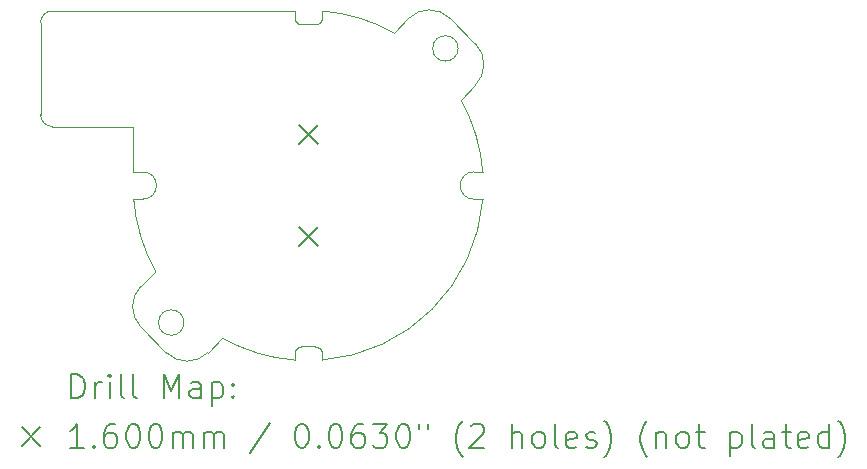
<source format=gbr>
%TF.GenerationSoftware,KiCad,Pcbnew,8.0.2*%
%TF.CreationDate,2025-05-18T13:49:09-07:00*%
%TF.ProjectId,PGS_Stick_Board,5047535f-5374-4696-936b-5f426f617264,rev?*%
%TF.SameCoordinates,Original*%
%TF.FileFunction,Drillmap*%
%TF.FilePolarity,Positive*%
%FSLAX45Y45*%
G04 Gerber Fmt 4.5, Leading zero omitted, Abs format (unit mm)*
G04 Created by KiCad (PCBNEW 8.0.2) date 2025-05-18 13:49:09*
%MOMM*%
%LPD*%
G01*
G04 APERTURE LIST*
%ADD10C,0.010000*%
%ADD11C,0.200000*%
%ADD12C,0.160000*%
G04 APERTURE END LIST*
D10*
X2955946Y-4346100D02*
G75*
G02*
X2855947Y-4247305I4J100010D01*
G01*
X5183301Y-3479385D02*
X5184584Y-3479426D01*
X5185866Y-3479436D01*
X5187147Y-3479414D01*
X5188426Y-3479360D01*
X5189702Y-3479275D01*
X5190975Y-3479158D01*
X5192245Y-3479010D01*
X5193511Y-3478831D01*
X5194771Y-3478621D01*
X5196027Y-3478380D01*
X5197276Y-3478108D01*
X5198519Y-3477805D01*
X5199755Y-3477471D01*
X5200983Y-3477106D01*
X5202203Y-3476711D01*
X5203414Y-3476286D01*
X5971028Y-3431319D02*
G75*
G02*
X6323879Y-3430609I176782J-176781D01*
G01*
X3830249Y-5572098D02*
G75*
G02*
X3644466Y-4960533I1292291J726578D01*
G01*
X5012429Y-6241447D02*
X5011970Y-6242452D01*
X5011532Y-6243467D01*
X5011116Y-6244490D01*
X5010722Y-6245522D01*
X5010350Y-6246561D01*
X5010000Y-6247608D01*
X5009673Y-6248663D01*
X5009368Y-6249724D01*
X5009085Y-6250792D01*
X5008826Y-6251866D01*
X5008665Y-6252586D01*
X3830249Y-5572098D02*
X3708286Y-5694061D01*
X5183301Y-6211681D02*
G75*
G02*
X5061699Y-6211681I-60801J1366159D01*
G01*
X5039428Y-3475442D02*
X5040452Y-3475857D01*
X5041485Y-3476249D01*
X5042526Y-3476619D01*
X5043574Y-3476967D01*
X5044629Y-3477292D01*
X5045691Y-3477595D01*
X5046759Y-3477875D01*
X5047833Y-3478133D01*
X5048912Y-3478367D01*
X5049997Y-3478579D01*
X5050723Y-3478707D01*
X5233510Y-6243566D02*
X5233000Y-6242384D01*
X5232461Y-6241216D01*
X5231895Y-6240062D01*
X5231300Y-6238924D01*
X5230678Y-6237802D01*
X5230029Y-6236696D01*
X5229352Y-6235607D01*
X5228649Y-6234535D01*
X5227920Y-6233480D01*
X5227165Y-6232444D01*
X5226384Y-6231426D01*
X5225578Y-6230428D01*
X5224747Y-6229449D01*
X5223891Y-6228490D01*
X5223012Y-6227552D01*
X5222108Y-6226636D01*
X4273972Y-6259746D02*
X4395935Y-6137784D01*
X6536712Y-3643450D02*
X6323875Y-3430613D01*
X5008665Y-6252586D02*
X5008458Y-6253598D01*
X5008270Y-6254614D01*
X5008103Y-6255633D01*
X5007956Y-6256656D01*
X5007830Y-6257680D01*
X5007724Y-6258707D01*
X5007638Y-6259736D01*
X5007573Y-6260767D01*
X5007529Y-6261799D01*
X5007505Y-6262832D01*
X5007500Y-6263521D01*
X2955946Y-4346100D02*
X3640000Y-4346100D01*
X3640000Y-4730533D02*
X3722500Y-4730533D01*
X2855940Y-3467497D02*
G75*
G02*
X2955940Y-3367500I100000J-3D01*
G01*
X3640000Y-4346100D02*
X3640000Y-4730533D01*
X6522500Y-4960533D02*
G75*
G02*
X6522839Y-4730528I0J115003D01*
G01*
X5007500Y-6323566D02*
G75*
G02*
X4395934Y-6137784I115000J1478046D01*
G01*
X5236335Y-3438480D02*
X5236542Y-3437467D01*
X5236730Y-3436451D01*
X5236897Y-3435432D01*
X5237044Y-3434410D01*
X5237170Y-3433385D01*
X5237276Y-3432358D01*
X5237362Y-3431329D01*
X5237427Y-3430299D01*
X5237471Y-3429267D01*
X5237495Y-3428234D01*
X5237500Y-3427545D01*
X2855940Y-3467497D02*
X2855940Y-4247305D01*
X5222108Y-6226636D02*
X5221207Y-6225765D01*
X5220286Y-6224918D01*
X5219346Y-6224094D01*
X5218387Y-6223293D01*
X5217410Y-6222516D01*
X5216415Y-6221763D01*
X5215402Y-6221035D01*
X5214372Y-6220331D01*
X5213325Y-6219652D01*
X5212263Y-6218998D01*
X5211184Y-6218370D01*
X5210091Y-6217768D01*
X5208982Y-6217192D01*
X5207859Y-6216642D01*
X5206722Y-6216119D01*
X5205572Y-6215623D01*
X5237500Y-3367500D02*
X5237500Y-3427545D01*
X5205572Y-6215623D02*
X5204547Y-6215209D01*
X5203515Y-6214817D01*
X5202474Y-6214446D01*
X5201426Y-6214099D01*
X5200371Y-6213773D01*
X5199309Y-6213471D01*
X5198241Y-6213190D01*
X5197167Y-6212933D01*
X5196088Y-6212698D01*
X5195003Y-6212487D01*
X5194277Y-6212359D01*
X5024166Y-6225418D02*
X5023256Y-6226279D01*
X5022369Y-6227161D01*
X5021504Y-6228063D01*
X5020661Y-6228986D01*
X5019841Y-6229927D01*
X5019045Y-6230888D01*
X5018272Y-6231868D01*
X5017523Y-6232865D01*
X5016798Y-6233881D01*
X5016098Y-6234913D01*
X5015423Y-6235963D01*
X5014772Y-6237029D01*
X5014147Y-6238110D01*
X5013548Y-6239208D01*
X5012976Y-6240320D01*
X5012429Y-6241447D01*
X4273972Y-6259746D02*
G75*
G02*
X3920418Y-6259744I-176776J176769D01*
G01*
X5971028Y-3431319D02*
X5849065Y-3553282D01*
X6414750Y-4118968D02*
X6536713Y-3997005D01*
X3920418Y-6259744D02*
X3920417Y-6259745D01*
X4069461Y-6006072D02*
G75*
G02*
X3854461Y-6006072I-107500J0D01*
G01*
X3854461Y-6006072D02*
G75*
G02*
X4069461Y-6006072I107500J0D01*
G01*
X5237500Y-6263521D02*
X5237500Y-6323566D01*
X5011490Y-3447500D02*
X5012000Y-3448682D01*
X5012539Y-3449850D01*
X5013105Y-3451003D01*
X5013700Y-3452141D01*
X5014322Y-3453263D01*
X5014971Y-3454370D01*
X5015648Y-3455459D01*
X5016351Y-3456531D01*
X5017080Y-3457585D01*
X5017835Y-3458622D01*
X5018616Y-3459639D01*
X5019422Y-3460638D01*
X5020253Y-3461616D01*
X5021108Y-3462575D01*
X5021988Y-3463513D01*
X5022892Y-3464430D01*
X6600533Y-4960533D02*
X6522500Y-4960533D01*
X6522839Y-4730533D02*
X6600535Y-4730533D01*
X5007500Y-3427545D02*
X5007516Y-3428828D01*
X5007563Y-3430109D01*
X5007643Y-3431388D01*
X5007753Y-3432663D01*
X5007895Y-3433934D01*
X5008068Y-3435201D01*
X5008272Y-3436463D01*
X5008507Y-3437720D01*
X5008773Y-3438970D01*
X5009070Y-3440213D01*
X5009398Y-3441449D01*
X5009756Y-3442677D01*
X5010144Y-3443897D01*
X5010563Y-3445108D01*
X5011011Y-3446309D01*
X5011490Y-3447500D01*
X6390539Y-3684994D02*
G75*
G02*
X6175539Y-3684994I-107500J0D01*
G01*
X6175539Y-3684994D02*
G75*
G02*
X6390539Y-3684994I107500J0D01*
G01*
X5232571Y-3449619D02*
X5233030Y-3448613D01*
X5233468Y-3447599D01*
X5233884Y-3446576D01*
X5234278Y-3445544D01*
X5234650Y-3444504D01*
X5235000Y-3443457D01*
X5235327Y-3442403D01*
X5235632Y-3441341D01*
X5235914Y-3440274D01*
X5236174Y-3439199D01*
X5236335Y-3438480D01*
X6414750Y-4118968D02*
G75*
G02*
X6600533Y-4730533I-1292300J-726582D01*
G01*
X5061699Y-6211681D02*
X5060416Y-6211639D01*
X5059134Y-6211630D01*
X5057853Y-6211652D01*
X5056574Y-6211706D01*
X5055298Y-6211791D01*
X5054025Y-6211908D01*
X5052755Y-6212055D01*
X5051489Y-6212234D01*
X5050229Y-6212445D01*
X5048973Y-6212686D01*
X5047724Y-6212958D01*
X5046481Y-6213261D01*
X5045245Y-6213595D01*
X5044017Y-6213959D01*
X5042797Y-6214354D01*
X5041586Y-6214780D01*
X5237500Y-6263521D02*
X5237484Y-6262238D01*
X5237437Y-6260956D01*
X5237357Y-6259678D01*
X5237247Y-6258403D01*
X5237105Y-6257131D01*
X5236932Y-6255864D01*
X5236728Y-6254602D01*
X5236493Y-6253346D01*
X5236227Y-6252096D01*
X5235930Y-6250852D01*
X5235602Y-6249616D01*
X5235244Y-6248388D01*
X5234856Y-6247169D01*
X5234437Y-6245958D01*
X5233989Y-6244757D01*
X5233510Y-6243566D01*
X5007500Y-3367500D02*
X2955940Y-3367500D01*
X6536712Y-3643450D02*
G75*
G02*
X6536715Y-3997007I-176783J-176780D01*
G01*
X5203414Y-3476286D02*
X5204617Y-3475829D01*
X5205808Y-3475343D01*
X5206986Y-3474829D01*
X5208149Y-3474285D01*
X5209298Y-3473713D01*
X5210432Y-3473114D01*
X5211550Y-3472487D01*
X5212652Y-3471832D01*
X5213738Y-3471150D01*
X5214807Y-3470442D01*
X5215858Y-3469707D01*
X5216891Y-3468946D01*
X5217906Y-3468160D01*
X5218902Y-3467348D01*
X5219878Y-3466510D01*
X5220834Y-3465648D01*
X5041586Y-6214780D02*
X5040382Y-6215236D01*
X5039192Y-6215722D01*
X5038014Y-6216237D01*
X5036851Y-6216780D01*
X5035702Y-6217352D01*
X5034568Y-6217952D01*
X5033450Y-6218579D01*
X5032348Y-6219234D01*
X5031262Y-6219915D01*
X5030193Y-6220624D01*
X5029142Y-6221358D01*
X5028108Y-6222119D01*
X5027094Y-6222906D01*
X5026098Y-6223718D01*
X5025122Y-6224555D01*
X5024166Y-6225418D01*
X6600533Y-4960533D02*
G75*
G02*
X5237500Y-6323566I-1478033J115000D01*
G01*
X3722500Y-4960533D02*
X3644466Y-4960533D01*
X3722500Y-4730533D02*
G75*
G02*
X3722500Y-4960533I0J-115000D01*
G01*
X5007500Y-6323566D02*
X5007500Y-6263521D01*
X5061699Y-3479385D02*
G75*
G02*
X5183301Y-3479385I60801J-1366159D01*
G01*
X5022892Y-3464430D02*
X5023793Y-3465300D01*
X5024714Y-3466148D01*
X5025654Y-3466972D01*
X5026613Y-3467772D01*
X5027590Y-3468549D01*
X5028585Y-3469302D01*
X5029598Y-3470031D01*
X5030628Y-3470735D01*
X5031675Y-3471414D01*
X5032737Y-3472068D01*
X5033816Y-3472696D01*
X5034909Y-3473298D01*
X5036018Y-3473874D01*
X5037141Y-3474424D01*
X5038277Y-3474947D01*
X5039428Y-3475442D01*
X5007500Y-3427545D02*
X5007500Y-3367500D01*
X3708286Y-6047614D02*
G75*
G02*
X3708287Y-5694061I176777J176776D01*
G01*
X5194277Y-6212359D02*
X5193257Y-6212196D01*
X5192233Y-6212054D01*
X5191208Y-6211932D01*
X5190180Y-6211831D01*
X5189151Y-6211750D01*
X5188120Y-6211690D01*
X5187088Y-6211650D01*
X5186056Y-6211631D01*
X5185023Y-6211632D01*
X5183989Y-6211654D01*
X5183301Y-6211681D01*
X5220834Y-3465648D02*
X5221744Y-3464787D01*
X5222631Y-3463905D01*
X5223496Y-3463002D01*
X5224339Y-3462080D01*
X5225158Y-3461138D01*
X5225955Y-3460177D01*
X5226728Y-3459198D01*
X5227477Y-3458200D01*
X5228202Y-3457185D01*
X5228902Y-3456152D01*
X5229577Y-3455103D01*
X5230228Y-3454037D01*
X5230852Y-3452955D01*
X5231451Y-3451858D01*
X5232024Y-3450746D01*
X5232571Y-3449619D01*
X5050723Y-3478707D02*
X5051743Y-3478870D01*
X5052767Y-3479012D01*
X5053792Y-3479133D01*
X5054820Y-3479235D01*
X5055849Y-3479315D01*
X5056880Y-3479376D01*
X5057912Y-3479415D01*
X5058944Y-3479435D01*
X5059977Y-3479433D01*
X5061010Y-3479411D01*
X5061699Y-3479385D01*
X5237500Y-3367500D02*
G75*
G02*
X5849065Y-3553282I-115020J-1478110D01*
G01*
X3708286Y-6047614D02*
X3920417Y-6259745D01*
D11*
D12*
X5042500Y-4335533D02*
X5202500Y-4495533D01*
X5202500Y-4335533D02*
X5042500Y-4495533D01*
X5042500Y-5195533D02*
X5202500Y-5355533D01*
X5202500Y-5195533D02*
X5042500Y-5355533D01*
D11*
X3116217Y-6644955D02*
X3116217Y-6444955D01*
X3116217Y-6444955D02*
X3163836Y-6444955D01*
X3163836Y-6444955D02*
X3192407Y-6454479D01*
X3192407Y-6454479D02*
X3211455Y-6473526D01*
X3211455Y-6473526D02*
X3220979Y-6492574D01*
X3220979Y-6492574D02*
X3230503Y-6530669D01*
X3230503Y-6530669D02*
X3230503Y-6559241D01*
X3230503Y-6559241D02*
X3220979Y-6597336D01*
X3220979Y-6597336D02*
X3211455Y-6616384D01*
X3211455Y-6616384D02*
X3192407Y-6635431D01*
X3192407Y-6635431D02*
X3163836Y-6644955D01*
X3163836Y-6644955D02*
X3116217Y-6644955D01*
X3316217Y-6644955D02*
X3316217Y-6511622D01*
X3316217Y-6549717D02*
X3325741Y-6530669D01*
X3325741Y-6530669D02*
X3335265Y-6521145D01*
X3335265Y-6521145D02*
X3354312Y-6511622D01*
X3354312Y-6511622D02*
X3373360Y-6511622D01*
X3440026Y-6644955D02*
X3440026Y-6511622D01*
X3440026Y-6444955D02*
X3430503Y-6454479D01*
X3430503Y-6454479D02*
X3440026Y-6464003D01*
X3440026Y-6464003D02*
X3449550Y-6454479D01*
X3449550Y-6454479D02*
X3440026Y-6444955D01*
X3440026Y-6444955D02*
X3440026Y-6464003D01*
X3563836Y-6644955D02*
X3544788Y-6635431D01*
X3544788Y-6635431D02*
X3535265Y-6616384D01*
X3535265Y-6616384D02*
X3535265Y-6444955D01*
X3668598Y-6644955D02*
X3649550Y-6635431D01*
X3649550Y-6635431D02*
X3640026Y-6616384D01*
X3640026Y-6616384D02*
X3640026Y-6444955D01*
X3897169Y-6644955D02*
X3897169Y-6444955D01*
X3897169Y-6444955D02*
X3963836Y-6587812D01*
X3963836Y-6587812D02*
X4030503Y-6444955D01*
X4030503Y-6444955D02*
X4030503Y-6644955D01*
X4211455Y-6644955D02*
X4211455Y-6540193D01*
X4211455Y-6540193D02*
X4201931Y-6521145D01*
X4201931Y-6521145D02*
X4182884Y-6511622D01*
X4182884Y-6511622D02*
X4144788Y-6511622D01*
X4144788Y-6511622D02*
X4125741Y-6521145D01*
X4211455Y-6635431D02*
X4192407Y-6644955D01*
X4192407Y-6644955D02*
X4144788Y-6644955D01*
X4144788Y-6644955D02*
X4125741Y-6635431D01*
X4125741Y-6635431D02*
X4116217Y-6616384D01*
X4116217Y-6616384D02*
X4116217Y-6597336D01*
X4116217Y-6597336D02*
X4125741Y-6578288D01*
X4125741Y-6578288D02*
X4144788Y-6568765D01*
X4144788Y-6568765D02*
X4192407Y-6568765D01*
X4192407Y-6568765D02*
X4211455Y-6559241D01*
X4306693Y-6511622D02*
X4306693Y-6711622D01*
X4306693Y-6521145D02*
X4325741Y-6511622D01*
X4325741Y-6511622D02*
X4363836Y-6511622D01*
X4363836Y-6511622D02*
X4382884Y-6521145D01*
X4382884Y-6521145D02*
X4392408Y-6530669D01*
X4392408Y-6530669D02*
X4401931Y-6549717D01*
X4401931Y-6549717D02*
X4401931Y-6606860D01*
X4401931Y-6606860D02*
X4392408Y-6625907D01*
X4392408Y-6625907D02*
X4382884Y-6635431D01*
X4382884Y-6635431D02*
X4363836Y-6644955D01*
X4363836Y-6644955D02*
X4325741Y-6644955D01*
X4325741Y-6644955D02*
X4306693Y-6635431D01*
X4487646Y-6625907D02*
X4497169Y-6635431D01*
X4497169Y-6635431D02*
X4487646Y-6644955D01*
X4487646Y-6644955D02*
X4478122Y-6635431D01*
X4478122Y-6635431D02*
X4487646Y-6625907D01*
X4487646Y-6625907D02*
X4487646Y-6644955D01*
X4487646Y-6521145D02*
X4497169Y-6530669D01*
X4497169Y-6530669D02*
X4487646Y-6540193D01*
X4487646Y-6540193D02*
X4478122Y-6530669D01*
X4478122Y-6530669D02*
X4487646Y-6521145D01*
X4487646Y-6521145D02*
X4487646Y-6540193D01*
D12*
X2695440Y-6893471D02*
X2855440Y-7053471D01*
X2855440Y-6893471D02*
X2695440Y-7053471D01*
D11*
X3220979Y-7064955D02*
X3106693Y-7064955D01*
X3163836Y-7064955D02*
X3163836Y-6864955D01*
X3163836Y-6864955D02*
X3144788Y-6893526D01*
X3144788Y-6893526D02*
X3125741Y-6912574D01*
X3125741Y-6912574D02*
X3106693Y-6922098D01*
X3306693Y-7045907D02*
X3316217Y-7055431D01*
X3316217Y-7055431D02*
X3306693Y-7064955D01*
X3306693Y-7064955D02*
X3297169Y-7055431D01*
X3297169Y-7055431D02*
X3306693Y-7045907D01*
X3306693Y-7045907D02*
X3306693Y-7064955D01*
X3487646Y-6864955D02*
X3449550Y-6864955D01*
X3449550Y-6864955D02*
X3430503Y-6874479D01*
X3430503Y-6874479D02*
X3420979Y-6884003D01*
X3420979Y-6884003D02*
X3401931Y-6912574D01*
X3401931Y-6912574D02*
X3392407Y-6950669D01*
X3392407Y-6950669D02*
X3392407Y-7026860D01*
X3392407Y-7026860D02*
X3401931Y-7045907D01*
X3401931Y-7045907D02*
X3411455Y-7055431D01*
X3411455Y-7055431D02*
X3430503Y-7064955D01*
X3430503Y-7064955D02*
X3468598Y-7064955D01*
X3468598Y-7064955D02*
X3487646Y-7055431D01*
X3487646Y-7055431D02*
X3497169Y-7045907D01*
X3497169Y-7045907D02*
X3506693Y-7026860D01*
X3506693Y-7026860D02*
X3506693Y-6979241D01*
X3506693Y-6979241D02*
X3497169Y-6960193D01*
X3497169Y-6960193D02*
X3487646Y-6950669D01*
X3487646Y-6950669D02*
X3468598Y-6941145D01*
X3468598Y-6941145D02*
X3430503Y-6941145D01*
X3430503Y-6941145D02*
X3411455Y-6950669D01*
X3411455Y-6950669D02*
X3401931Y-6960193D01*
X3401931Y-6960193D02*
X3392407Y-6979241D01*
X3630503Y-6864955D02*
X3649550Y-6864955D01*
X3649550Y-6864955D02*
X3668598Y-6874479D01*
X3668598Y-6874479D02*
X3678122Y-6884003D01*
X3678122Y-6884003D02*
X3687646Y-6903050D01*
X3687646Y-6903050D02*
X3697169Y-6941145D01*
X3697169Y-6941145D02*
X3697169Y-6988765D01*
X3697169Y-6988765D02*
X3687646Y-7026860D01*
X3687646Y-7026860D02*
X3678122Y-7045907D01*
X3678122Y-7045907D02*
X3668598Y-7055431D01*
X3668598Y-7055431D02*
X3649550Y-7064955D01*
X3649550Y-7064955D02*
X3630503Y-7064955D01*
X3630503Y-7064955D02*
X3611455Y-7055431D01*
X3611455Y-7055431D02*
X3601931Y-7045907D01*
X3601931Y-7045907D02*
X3592407Y-7026860D01*
X3592407Y-7026860D02*
X3582884Y-6988765D01*
X3582884Y-6988765D02*
X3582884Y-6941145D01*
X3582884Y-6941145D02*
X3592407Y-6903050D01*
X3592407Y-6903050D02*
X3601931Y-6884003D01*
X3601931Y-6884003D02*
X3611455Y-6874479D01*
X3611455Y-6874479D02*
X3630503Y-6864955D01*
X3820979Y-6864955D02*
X3840027Y-6864955D01*
X3840027Y-6864955D02*
X3859074Y-6874479D01*
X3859074Y-6874479D02*
X3868598Y-6884003D01*
X3868598Y-6884003D02*
X3878122Y-6903050D01*
X3878122Y-6903050D02*
X3887646Y-6941145D01*
X3887646Y-6941145D02*
X3887646Y-6988765D01*
X3887646Y-6988765D02*
X3878122Y-7026860D01*
X3878122Y-7026860D02*
X3868598Y-7045907D01*
X3868598Y-7045907D02*
X3859074Y-7055431D01*
X3859074Y-7055431D02*
X3840027Y-7064955D01*
X3840027Y-7064955D02*
X3820979Y-7064955D01*
X3820979Y-7064955D02*
X3801931Y-7055431D01*
X3801931Y-7055431D02*
X3792407Y-7045907D01*
X3792407Y-7045907D02*
X3782884Y-7026860D01*
X3782884Y-7026860D02*
X3773360Y-6988765D01*
X3773360Y-6988765D02*
X3773360Y-6941145D01*
X3773360Y-6941145D02*
X3782884Y-6903050D01*
X3782884Y-6903050D02*
X3792407Y-6884003D01*
X3792407Y-6884003D02*
X3801931Y-6874479D01*
X3801931Y-6874479D02*
X3820979Y-6864955D01*
X3973360Y-7064955D02*
X3973360Y-6931622D01*
X3973360Y-6950669D02*
X3982884Y-6941145D01*
X3982884Y-6941145D02*
X4001931Y-6931622D01*
X4001931Y-6931622D02*
X4030503Y-6931622D01*
X4030503Y-6931622D02*
X4049550Y-6941145D01*
X4049550Y-6941145D02*
X4059074Y-6960193D01*
X4059074Y-6960193D02*
X4059074Y-7064955D01*
X4059074Y-6960193D02*
X4068598Y-6941145D01*
X4068598Y-6941145D02*
X4087646Y-6931622D01*
X4087646Y-6931622D02*
X4116217Y-6931622D01*
X4116217Y-6931622D02*
X4135265Y-6941145D01*
X4135265Y-6941145D02*
X4144788Y-6960193D01*
X4144788Y-6960193D02*
X4144788Y-7064955D01*
X4240027Y-7064955D02*
X4240027Y-6931622D01*
X4240027Y-6950669D02*
X4249550Y-6941145D01*
X4249550Y-6941145D02*
X4268598Y-6931622D01*
X4268598Y-6931622D02*
X4297170Y-6931622D01*
X4297170Y-6931622D02*
X4316217Y-6941145D01*
X4316217Y-6941145D02*
X4325741Y-6960193D01*
X4325741Y-6960193D02*
X4325741Y-7064955D01*
X4325741Y-6960193D02*
X4335265Y-6941145D01*
X4335265Y-6941145D02*
X4354312Y-6931622D01*
X4354312Y-6931622D02*
X4382884Y-6931622D01*
X4382884Y-6931622D02*
X4401931Y-6941145D01*
X4401931Y-6941145D02*
X4411455Y-6960193D01*
X4411455Y-6960193D02*
X4411455Y-7064955D01*
X4801931Y-6855431D02*
X4630503Y-7112574D01*
X5059074Y-6864955D02*
X5078122Y-6864955D01*
X5078122Y-6864955D02*
X5097170Y-6874479D01*
X5097170Y-6874479D02*
X5106693Y-6884003D01*
X5106693Y-6884003D02*
X5116217Y-6903050D01*
X5116217Y-6903050D02*
X5125741Y-6941145D01*
X5125741Y-6941145D02*
X5125741Y-6988765D01*
X5125741Y-6988765D02*
X5116217Y-7026860D01*
X5116217Y-7026860D02*
X5106693Y-7045907D01*
X5106693Y-7045907D02*
X5097170Y-7055431D01*
X5097170Y-7055431D02*
X5078122Y-7064955D01*
X5078122Y-7064955D02*
X5059074Y-7064955D01*
X5059074Y-7064955D02*
X5040027Y-7055431D01*
X5040027Y-7055431D02*
X5030503Y-7045907D01*
X5030503Y-7045907D02*
X5020979Y-7026860D01*
X5020979Y-7026860D02*
X5011455Y-6988765D01*
X5011455Y-6988765D02*
X5011455Y-6941145D01*
X5011455Y-6941145D02*
X5020979Y-6903050D01*
X5020979Y-6903050D02*
X5030503Y-6884003D01*
X5030503Y-6884003D02*
X5040027Y-6874479D01*
X5040027Y-6874479D02*
X5059074Y-6864955D01*
X5211455Y-7045907D02*
X5220979Y-7055431D01*
X5220979Y-7055431D02*
X5211455Y-7064955D01*
X5211455Y-7064955D02*
X5201932Y-7055431D01*
X5201932Y-7055431D02*
X5211455Y-7045907D01*
X5211455Y-7045907D02*
X5211455Y-7064955D01*
X5344789Y-6864955D02*
X5363836Y-6864955D01*
X5363836Y-6864955D02*
X5382884Y-6874479D01*
X5382884Y-6874479D02*
X5392408Y-6884003D01*
X5392408Y-6884003D02*
X5401932Y-6903050D01*
X5401932Y-6903050D02*
X5411455Y-6941145D01*
X5411455Y-6941145D02*
X5411455Y-6988765D01*
X5411455Y-6988765D02*
X5401932Y-7026860D01*
X5401932Y-7026860D02*
X5392408Y-7045907D01*
X5392408Y-7045907D02*
X5382884Y-7055431D01*
X5382884Y-7055431D02*
X5363836Y-7064955D01*
X5363836Y-7064955D02*
X5344789Y-7064955D01*
X5344789Y-7064955D02*
X5325741Y-7055431D01*
X5325741Y-7055431D02*
X5316217Y-7045907D01*
X5316217Y-7045907D02*
X5306693Y-7026860D01*
X5306693Y-7026860D02*
X5297170Y-6988765D01*
X5297170Y-6988765D02*
X5297170Y-6941145D01*
X5297170Y-6941145D02*
X5306693Y-6903050D01*
X5306693Y-6903050D02*
X5316217Y-6884003D01*
X5316217Y-6884003D02*
X5325741Y-6874479D01*
X5325741Y-6874479D02*
X5344789Y-6864955D01*
X5582884Y-6864955D02*
X5544789Y-6864955D01*
X5544789Y-6864955D02*
X5525741Y-6874479D01*
X5525741Y-6874479D02*
X5516217Y-6884003D01*
X5516217Y-6884003D02*
X5497170Y-6912574D01*
X5497170Y-6912574D02*
X5487646Y-6950669D01*
X5487646Y-6950669D02*
X5487646Y-7026860D01*
X5487646Y-7026860D02*
X5497170Y-7045907D01*
X5497170Y-7045907D02*
X5506693Y-7055431D01*
X5506693Y-7055431D02*
X5525741Y-7064955D01*
X5525741Y-7064955D02*
X5563836Y-7064955D01*
X5563836Y-7064955D02*
X5582884Y-7055431D01*
X5582884Y-7055431D02*
X5592408Y-7045907D01*
X5592408Y-7045907D02*
X5601931Y-7026860D01*
X5601931Y-7026860D02*
X5601931Y-6979241D01*
X5601931Y-6979241D02*
X5592408Y-6960193D01*
X5592408Y-6960193D02*
X5582884Y-6950669D01*
X5582884Y-6950669D02*
X5563836Y-6941145D01*
X5563836Y-6941145D02*
X5525741Y-6941145D01*
X5525741Y-6941145D02*
X5506693Y-6950669D01*
X5506693Y-6950669D02*
X5497170Y-6960193D01*
X5497170Y-6960193D02*
X5487646Y-6979241D01*
X5668598Y-6864955D02*
X5792408Y-6864955D01*
X5792408Y-6864955D02*
X5725741Y-6941145D01*
X5725741Y-6941145D02*
X5754312Y-6941145D01*
X5754312Y-6941145D02*
X5773360Y-6950669D01*
X5773360Y-6950669D02*
X5782884Y-6960193D01*
X5782884Y-6960193D02*
X5792408Y-6979241D01*
X5792408Y-6979241D02*
X5792408Y-7026860D01*
X5792408Y-7026860D02*
X5782884Y-7045907D01*
X5782884Y-7045907D02*
X5773360Y-7055431D01*
X5773360Y-7055431D02*
X5754312Y-7064955D01*
X5754312Y-7064955D02*
X5697170Y-7064955D01*
X5697170Y-7064955D02*
X5678122Y-7055431D01*
X5678122Y-7055431D02*
X5668598Y-7045907D01*
X5916217Y-6864955D02*
X5935265Y-6864955D01*
X5935265Y-6864955D02*
X5954312Y-6874479D01*
X5954312Y-6874479D02*
X5963836Y-6884003D01*
X5963836Y-6884003D02*
X5973360Y-6903050D01*
X5973360Y-6903050D02*
X5982884Y-6941145D01*
X5982884Y-6941145D02*
X5982884Y-6988765D01*
X5982884Y-6988765D02*
X5973360Y-7026860D01*
X5973360Y-7026860D02*
X5963836Y-7045907D01*
X5963836Y-7045907D02*
X5954312Y-7055431D01*
X5954312Y-7055431D02*
X5935265Y-7064955D01*
X5935265Y-7064955D02*
X5916217Y-7064955D01*
X5916217Y-7064955D02*
X5897170Y-7055431D01*
X5897170Y-7055431D02*
X5887646Y-7045907D01*
X5887646Y-7045907D02*
X5878122Y-7026860D01*
X5878122Y-7026860D02*
X5868598Y-6988765D01*
X5868598Y-6988765D02*
X5868598Y-6941145D01*
X5868598Y-6941145D02*
X5878122Y-6903050D01*
X5878122Y-6903050D02*
X5887646Y-6884003D01*
X5887646Y-6884003D02*
X5897170Y-6874479D01*
X5897170Y-6874479D02*
X5916217Y-6864955D01*
X6059074Y-6864955D02*
X6059074Y-6903050D01*
X6135265Y-6864955D02*
X6135265Y-6903050D01*
X6430503Y-7141145D02*
X6420979Y-7131622D01*
X6420979Y-7131622D02*
X6401932Y-7103050D01*
X6401932Y-7103050D02*
X6392408Y-7084003D01*
X6392408Y-7084003D02*
X6382884Y-7055431D01*
X6382884Y-7055431D02*
X6373360Y-7007812D01*
X6373360Y-7007812D02*
X6373360Y-6969717D01*
X6373360Y-6969717D02*
X6382884Y-6922098D01*
X6382884Y-6922098D02*
X6392408Y-6893526D01*
X6392408Y-6893526D02*
X6401932Y-6874479D01*
X6401932Y-6874479D02*
X6420979Y-6845907D01*
X6420979Y-6845907D02*
X6430503Y-6836384D01*
X6497170Y-6884003D02*
X6506693Y-6874479D01*
X6506693Y-6874479D02*
X6525741Y-6864955D01*
X6525741Y-6864955D02*
X6573360Y-6864955D01*
X6573360Y-6864955D02*
X6592408Y-6874479D01*
X6592408Y-6874479D02*
X6601932Y-6884003D01*
X6601932Y-6884003D02*
X6611455Y-6903050D01*
X6611455Y-6903050D02*
X6611455Y-6922098D01*
X6611455Y-6922098D02*
X6601932Y-6950669D01*
X6601932Y-6950669D02*
X6487646Y-7064955D01*
X6487646Y-7064955D02*
X6611455Y-7064955D01*
X6849551Y-7064955D02*
X6849551Y-6864955D01*
X6935265Y-7064955D02*
X6935265Y-6960193D01*
X6935265Y-6960193D02*
X6925741Y-6941145D01*
X6925741Y-6941145D02*
X6906694Y-6931622D01*
X6906694Y-6931622D02*
X6878122Y-6931622D01*
X6878122Y-6931622D02*
X6859074Y-6941145D01*
X6859074Y-6941145D02*
X6849551Y-6950669D01*
X7059074Y-7064955D02*
X7040027Y-7055431D01*
X7040027Y-7055431D02*
X7030503Y-7045907D01*
X7030503Y-7045907D02*
X7020979Y-7026860D01*
X7020979Y-7026860D02*
X7020979Y-6969717D01*
X7020979Y-6969717D02*
X7030503Y-6950669D01*
X7030503Y-6950669D02*
X7040027Y-6941145D01*
X7040027Y-6941145D02*
X7059074Y-6931622D01*
X7059074Y-6931622D02*
X7087646Y-6931622D01*
X7087646Y-6931622D02*
X7106694Y-6941145D01*
X7106694Y-6941145D02*
X7116217Y-6950669D01*
X7116217Y-6950669D02*
X7125741Y-6969717D01*
X7125741Y-6969717D02*
X7125741Y-7026860D01*
X7125741Y-7026860D02*
X7116217Y-7045907D01*
X7116217Y-7045907D02*
X7106694Y-7055431D01*
X7106694Y-7055431D02*
X7087646Y-7064955D01*
X7087646Y-7064955D02*
X7059074Y-7064955D01*
X7240027Y-7064955D02*
X7220979Y-7055431D01*
X7220979Y-7055431D02*
X7211455Y-7036384D01*
X7211455Y-7036384D02*
X7211455Y-6864955D01*
X7392408Y-7055431D02*
X7373360Y-7064955D01*
X7373360Y-7064955D02*
X7335265Y-7064955D01*
X7335265Y-7064955D02*
X7316217Y-7055431D01*
X7316217Y-7055431D02*
X7306694Y-7036384D01*
X7306694Y-7036384D02*
X7306694Y-6960193D01*
X7306694Y-6960193D02*
X7316217Y-6941145D01*
X7316217Y-6941145D02*
X7335265Y-6931622D01*
X7335265Y-6931622D02*
X7373360Y-6931622D01*
X7373360Y-6931622D02*
X7392408Y-6941145D01*
X7392408Y-6941145D02*
X7401932Y-6960193D01*
X7401932Y-6960193D02*
X7401932Y-6979241D01*
X7401932Y-6979241D02*
X7306694Y-6998288D01*
X7478122Y-7055431D02*
X7497170Y-7064955D01*
X7497170Y-7064955D02*
X7535265Y-7064955D01*
X7535265Y-7064955D02*
X7554313Y-7055431D01*
X7554313Y-7055431D02*
X7563836Y-7036384D01*
X7563836Y-7036384D02*
X7563836Y-7026860D01*
X7563836Y-7026860D02*
X7554313Y-7007812D01*
X7554313Y-7007812D02*
X7535265Y-6998288D01*
X7535265Y-6998288D02*
X7506694Y-6998288D01*
X7506694Y-6998288D02*
X7487646Y-6988765D01*
X7487646Y-6988765D02*
X7478122Y-6969717D01*
X7478122Y-6969717D02*
X7478122Y-6960193D01*
X7478122Y-6960193D02*
X7487646Y-6941145D01*
X7487646Y-6941145D02*
X7506694Y-6931622D01*
X7506694Y-6931622D02*
X7535265Y-6931622D01*
X7535265Y-6931622D02*
X7554313Y-6941145D01*
X7630503Y-7141145D02*
X7640027Y-7131622D01*
X7640027Y-7131622D02*
X7659075Y-7103050D01*
X7659075Y-7103050D02*
X7668598Y-7084003D01*
X7668598Y-7084003D02*
X7678122Y-7055431D01*
X7678122Y-7055431D02*
X7687646Y-7007812D01*
X7687646Y-7007812D02*
X7687646Y-6969717D01*
X7687646Y-6969717D02*
X7678122Y-6922098D01*
X7678122Y-6922098D02*
X7668598Y-6893526D01*
X7668598Y-6893526D02*
X7659075Y-6874479D01*
X7659075Y-6874479D02*
X7640027Y-6845907D01*
X7640027Y-6845907D02*
X7630503Y-6836384D01*
X7992408Y-7141145D02*
X7982884Y-7131622D01*
X7982884Y-7131622D02*
X7963836Y-7103050D01*
X7963836Y-7103050D02*
X7954313Y-7084003D01*
X7954313Y-7084003D02*
X7944789Y-7055431D01*
X7944789Y-7055431D02*
X7935265Y-7007812D01*
X7935265Y-7007812D02*
X7935265Y-6969717D01*
X7935265Y-6969717D02*
X7944789Y-6922098D01*
X7944789Y-6922098D02*
X7954313Y-6893526D01*
X7954313Y-6893526D02*
X7963836Y-6874479D01*
X7963836Y-6874479D02*
X7982884Y-6845907D01*
X7982884Y-6845907D02*
X7992408Y-6836384D01*
X8068598Y-6931622D02*
X8068598Y-7064955D01*
X8068598Y-6950669D02*
X8078122Y-6941145D01*
X8078122Y-6941145D02*
X8097170Y-6931622D01*
X8097170Y-6931622D02*
X8125741Y-6931622D01*
X8125741Y-6931622D02*
X8144789Y-6941145D01*
X8144789Y-6941145D02*
X8154313Y-6960193D01*
X8154313Y-6960193D02*
X8154313Y-7064955D01*
X8278122Y-7064955D02*
X8259075Y-7055431D01*
X8259075Y-7055431D02*
X8249551Y-7045907D01*
X8249551Y-7045907D02*
X8240027Y-7026860D01*
X8240027Y-7026860D02*
X8240027Y-6969717D01*
X8240027Y-6969717D02*
X8249551Y-6950669D01*
X8249551Y-6950669D02*
X8259075Y-6941145D01*
X8259075Y-6941145D02*
X8278122Y-6931622D01*
X8278122Y-6931622D02*
X8306694Y-6931622D01*
X8306694Y-6931622D02*
X8325741Y-6941145D01*
X8325741Y-6941145D02*
X8335265Y-6950669D01*
X8335265Y-6950669D02*
X8344789Y-6969717D01*
X8344789Y-6969717D02*
X8344789Y-7026860D01*
X8344789Y-7026860D02*
X8335265Y-7045907D01*
X8335265Y-7045907D02*
X8325741Y-7055431D01*
X8325741Y-7055431D02*
X8306694Y-7064955D01*
X8306694Y-7064955D02*
X8278122Y-7064955D01*
X8401932Y-6931622D02*
X8478122Y-6931622D01*
X8430503Y-6864955D02*
X8430503Y-7036384D01*
X8430503Y-7036384D02*
X8440027Y-7055431D01*
X8440027Y-7055431D02*
X8459075Y-7064955D01*
X8459075Y-7064955D02*
X8478122Y-7064955D01*
X8697170Y-6931622D02*
X8697170Y-7131622D01*
X8697170Y-6941145D02*
X8716218Y-6931622D01*
X8716218Y-6931622D02*
X8754313Y-6931622D01*
X8754313Y-6931622D02*
X8773360Y-6941145D01*
X8773360Y-6941145D02*
X8782884Y-6950669D01*
X8782884Y-6950669D02*
X8792408Y-6969717D01*
X8792408Y-6969717D02*
X8792408Y-7026860D01*
X8792408Y-7026860D02*
X8782884Y-7045907D01*
X8782884Y-7045907D02*
X8773360Y-7055431D01*
X8773360Y-7055431D02*
X8754313Y-7064955D01*
X8754313Y-7064955D02*
X8716218Y-7064955D01*
X8716218Y-7064955D02*
X8697170Y-7055431D01*
X8906694Y-7064955D02*
X8887646Y-7055431D01*
X8887646Y-7055431D02*
X8878122Y-7036384D01*
X8878122Y-7036384D02*
X8878122Y-6864955D01*
X9068599Y-7064955D02*
X9068599Y-6960193D01*
X9068599Y-6960193D02*
X9059075Y-6941145D01*
X9059075Y-6941145D02*
X9040027Y-6931622D01*
X9040027Y-6931622D02*
X9001932Y-6931622D01*
X9001932Y-6931622D02*
X8982884Y-6941145D01*
X9068599Y-7055431D02*
X9049551Y-7064955D01*
X9049551Y-7064955D02*
X9001932Y-7064955D01*
X9001932Y-7064955D02*
X8982884Y-7055431D01*
X8982884Y-7055431D02*
X8973360Y-7036384D01*
X8973360Y-7036384D02*
X8973360Y-7017336D01*
X8973360Y-7017336D02*
X8982884Y-6998288D01*
X8982884Y-6998288D02*
X9001932Y-6988765D01*
X9001932Y-6988765D02*
X9049551Y-6988765D01*
X9049551Y-6988765D02*
X9068599Y-6979241D01*
X9135265Y-6931622D02*
X9211456Y-6931622D01*
X9163837Y-6864955D02*
X9163837Y-7036384D01*
X9163837Y-7036384D02*
X9173360Y-7055431D01*
X9173360Y-7055431D02*
X9192408Y-7064955D01*
X9192408Y-7064955D02*
X9211456Y-7064955D01*
X9354313Y-7055431D02*
X9335265Y-7064955D01*
X9335265Y-7064955D02*
X9297170Y-7064955D01*
X9297170Y-7064955D02*
X9278122Y-7055431D01*
X9278122Y-7055431D02*
X9268599Y-7036384D01*
X9268599Y-7036384D02*
X9268599Y-6960193D01*
X9268599Y-6960193D02*
X9278122Y-6941145D01*
X9278122Y-6941145D02*
X9297170Y-6931622D01*
X9297170Y-6931622D02*
X9335265Y-6931622D01*
X9335265Y-6931622D02*
X9354313Y-6941145D01*
X9354313Y-6941145D02*
X9363837Y-6960193D01*
X9363837Y-6960193D02*
X9363837Y-6979241D01*
X9363837Y-6979241D02*
X9268599Y-6998288D01*
X9535265Y-7064955D02*
X9535265Y-6864955D01*
X9535265Y-7055431D02*
X9516218Y-7064955D01*
X9516218Y-7064955D02*
X9478122Y-7064955D01*
X9478122Y-7064955D02*
X9459075Y-7055431D01*
X9459075Y-7055431D02*
X9449551Y-7045907D01*
X9449551Y-7045907D02*
X9440027Y-7026860D01*
X9440027Y-7026860D02*
X9440027Y-6969717D01*
X9440027Y-6969717D02*
X9449551Y-6950669D01*
X9449551Y-6950669D02*
X9459075Y-6941145D01*
X9459075Y-6941145D02*
X9478122Y-6931622D01*
X9478122Y-6931622D02*
X9516218Y-6931622D01*
X9516218Y-6931622D02*
X9535265Y-6941145D01*
X9611456Y-7141145D02*
X9620980Y-7131622D01*
X9620980Y-7131622D02*
X9640027Y-7103050D01*
X9640027Y-7103050D02*
X9649551Y-7084003D01*
X9649551Y-7084003D02*
X9659075Y-7055431D01*
X9659075Y-7055431D02*
X9668599Y-7007812D01*
X9668599Y-7007812D02*
X9668599Y-6969717D01*
X9668599Y-6969717D02*
X9659075Y-6922098D01*
X9659075Y-6922098D02*
X9649551Y-6893526D01*
X9649551Y-6893526D02*
X9640027Y-6874479D01*
X9640027Y-6874479D02*
X9620980Y-6845907D01*
X9620980Y-6845907D02*
X9611456Y-6836384D01*
M02*

</source>
